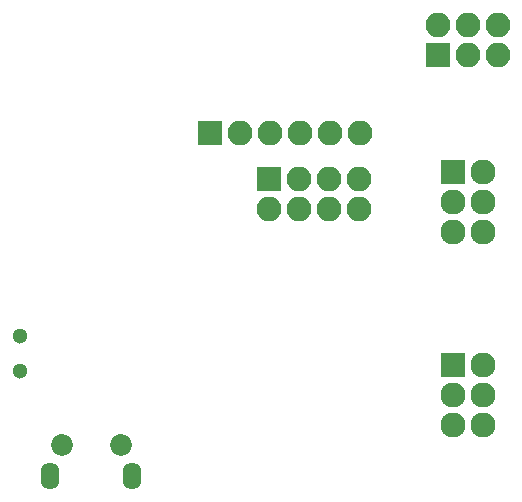
<source format=gbr>
G04 #@! TF.GenerationSoftware,KiCad,Pcbnew,(5.1.0-0)*
G04 #@! TF.CreationDate,2020-05-26T23:43:54-04:00*
G04 #@! TF.ProjectId,ROCKETasp_v3,524f434b-4554-4617-9370-5f76332e6b69,3.0*
G04 #@! TF.SameCoordinates,Original*
G04 #@! TF.FileFunction,Soldermask,Bot*
G04 #@! TF.FilePolarity,Negative*
%FSLAX46Y46*%
G04 Gerber Fmt 4.6, Leading zero omitted, Abs format (unit mm)*
G04 Created by KiCad (PCBNEW (5.1.0-0)) date 2020-05-26 23:43:54*
%MOMM*%
%LPD*%
G04 APERTURE LIST*
%ADD10C,1.850000*%
%ADD11O,1.600000X2.300000*%
%ADD12O,2.127200X2.127200*%
%ADD13R,2.127200X2.127200*%
%ADD14R,2.100000X2.100000*%
%ADD15O,2.100000X2.100000*%
%ADD16C,1.300000*%
G04 APERTURE END LIST*
D10*
X105361100Y-128864900D03*
X110361100Y-128864900D03*
D11*
X104361100Y-131564900D03*
X111361100Y-131564900D03*
D12*
X141020800Y-127228600D03*
X138480800Y-127228600D03*
X141020800Y-124688600D03*
X138480800Y-124688600D03*
X141020800Y-122148600D03*
D13*
X138480800Y-122148600D03*
X138480800Y-105816400D03*
D12*
X141020800Y-105816400D03*
X138480800Y-108356400D03*
X141020800Y-108356400D03*
X138480800Y-110896400D03*
X141020800Y-110896400D03*
D14*
X122923300Y-106349800D03*
D15*
X122923300Y-108889800D03*
X125463300Y-106349800D03*
X125463300Y-108889800D03*
X128003300Y-106349800D03*
X128003300Y-108889800D03*
X130543300Y-106349800D03*
X130543300Y-108889800D03*
D14*
X117909340Y-102519480D03*
D15*
X120449340Y-102519480D03*
X122989340Y-102519480D03*
X125529340Y-102519480D03*
X128069340Y-102519480D03*
X130609340Y-102519480D03*
D16*
X101854200Y-119632600D03*
X101854200Y-122632600D03*
D14*
X137210800Y-95846900D03*
D15*
X137210800Y-93306900D03*
X139750800Y-95846900D03*
X139750800Y-93306900D03*
X142290800Y-95846900D03*
X142290800Y-93306900D03*
M02*

</source>
